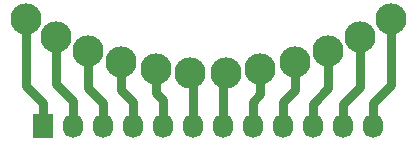
<source format=gbr>
%TF.GenerationSoftware,KiCad,Pcbnew,5.1.6*%
%TF.CreationDate,2021-03-07T15:49:58+10:30*%
%TF.ProjectId,springboard,73707269-6e67-4626-9f61-72642e6b6963,1.0*%
%TF.SameCoordinates,Original*%
%TF.FileFunction,Copper,L1,Top*%
%TF.FilePolarity,Positive*%
%FSLAX46Y46*%
G04 Gerber Fmt 4.6, Leading zero omitted, Abs format (unit mm)*
G04 Created by KiCad (PCBNEW 5.1.6) date 2021-03-07 15:49:58*
%MOMM*%
%LPD*%
G01*
G04 APERTURE LIST*
%TA.AperFunction,ComponentPad*%
%ADD10O,1.727200X2.032000*%
%TD*%
%TA.AperFunction,ComponentPad*%
%ADD11R,1.727200X2.032000*%
%TD*%
%TA.AperFunction,ComponentPad*%
%ADD12C,2.640000*%
%TD*%
%TA.AperFunction,Conductor*%
%ADD13C,0.800000*%
%TD*%
G04 APERTURE END LIST*
D10*
%TO.P,P13,12*%
%TO.N,/12*%
X163940000Y-107825000D03*
%TO.P,P13,11*%
%TO.N,/11*%
X161400000Y-107825000D03*
%TO.P,P13,10*%
%TO.N,/10*%
X158860000Y-107825000D03*
%TO.P,P13,9*%
%TO.N,/9*%
X156320000Y-107825000D03*
%TO.P,P13,8*%
%TO.N,/8*%
X153780000Y-107825000D03*
%TO.P,P13,7*%
%TO.N,/7*%
X151240000Y-107825000D03*
%TO.P,P13,6*%
%TO.N,/6*%
X148700000Y-107825000D03*
%TO.P,P13,5*%
%TO.N,/5*%
X146160000Y-107825000D03*
%TO.P,P13,4*%
%TO.N,/4*%
X143620000Y-107825000D03*
%TO.P,P13,3*%
%TO.N,/3*%
X141080000Y-107825000D03*
%TO.P,P13,2*%
%TO.N,/2*%
X138540000Y-107825000D03*
D11*
%TO.P,P13,1*%
%TO.N,/1*%
X136000000Y-107825000D03*
%TD*%
D12*
%TO.P,P12,1*%
%TO.N,/12*%
X165454132Y-98797277D03*
%TD*%
%TO.P,P11,1*%
%TO.N,/11*%
X162881980Y-100282310D03*
%TD*%
%TO.P,P10,1*%
%TO.N,/10*%
X160168690Y-101490344D03*
%TD*%
%TO.P,P9,1*%
%TO.N,/9*%
X157343990Y-102408145D03*
%TD*%
%TO.P,P8,1*%
%TO.N,/8*%
X154438827Y-103025656D03*
%TD*%
%TO.P,P7,1*%
%TO.N,/7*%
X151485032Y-103336113D03*
%TD*%
%TO.P,P6,1*%
%TO.N,/6*%
X148514968Y-103336113D03*
%TD*%
%TO.P,P5,1*%
%TO.N,/5*%
X145561173Y-103025656D03*
%TD*%
%TO.P,P4,1*%
%TO.N,/4*%
X142656010Y-102408145D03*
%TD*%
%TO.P,P3,1*%
%TO.N,/3*%
X139831310Y-101490344D03*
%TD*%
%TO.P,P2,1*%
%TO.N,/2*%
X137118020Y-100282310D03*
%TD*%
%TO.P,P1,1*%
%TO.N,/1*%
X134545868Y-98797277D03*
%TD*%
D13*
%TO.N,/1*%
X136000000Y-107825000D02*
X136000000Y-105925000D01*
X134545868Y-104470868D02*
X134545868Y-98797277D01*
X136000000Y-105925000D02*
X134545868Y-104470868D01*
%TO.N,/2*%
X138540000Y-107825000D02*
X138540000Y-105740000D01*
X137118020Y-104318020D02*
X137118020Y-100282310D01*
X138540000Y-105740000D02*
X137118020Y-104318020D01*
%TO.N,/3*%
X141080000Y-107825000D02*
X141080000Y-105905000D01*
X139831310Y-104656310D02*
X139831310Y-101490344D01*
X141080000Y-105905000D02*
X139831310Y-104656310D01*
%TO.N,/4*%
X143620000Y-107825000D02*
X143620000Y-105795000D01*
X142656010Y-104831010D02*
X142656010Y-102408145D01*
X143620000Y-105795000D02*
X142656010Y-104831010D01*
%TO.N,/5*%
X146160000Y-107825000D02*
X146160000Y-105685000D01*
X145561173Y-105086173D02*
X145561173Y-103025656D01*
X146160000Y-105685000D02*
X145561173Y-105086173D01*
%TO.N,/6*%
X148700000Y-103521145D02*
X148514968Y-103336113D01*
X148700000Y-107825000D02*
X148700000Y-103521145D01*
%TO.N,/7*%
X151240000Y-103581145D02*
X151485032Y-103336113D01*
X151240000Y-107825000D02*
X151240000Y-103581145D01*
%TO.N,/8*%
X153780000Y-107825000D02*
X153780000Y-105820000D01*
X154438827Y-105161173D02*
X154438827Y-103025656D01*
X153780000Y-105820000D02*
X154438827Y-105161173D01*
%TO.N,/9*%
X156320000Y-107825000D02*
X156320000Y-105855000D01*
X157343990Y-104831010D02*
X157343990Y-102408145D01*
X156320000Y-105855000D02*
X157343990Y-104831010D01*
%TO.N,/10*%
X158860000Y-107825000D02*
X158860000Y-105965000D01*
X160168690Y-104656310D02*
X160168690Y-101490344D01*
X158860000Y-105965000D02*
X160168690Y-104656310D01*
%TO.N,/11*%
X161400000Y-107825000D02*
X161400000Y-106025000D01*
X162881980Y-104543020D02*
X162881980Y-100282310D01*
X161400000Y-106025000D02*
X162881980Y-104543020D01*
%TO.N,/12*%
X163940000Y-107825000D02*
X163940000Y-105910000D01*
X165454132Y-104395868D02*
X165454132Y-98797277D01*
X163940000Y-105910000D02*
X165454132Y-104395868D01*
%TD*%
M02*

</source>
